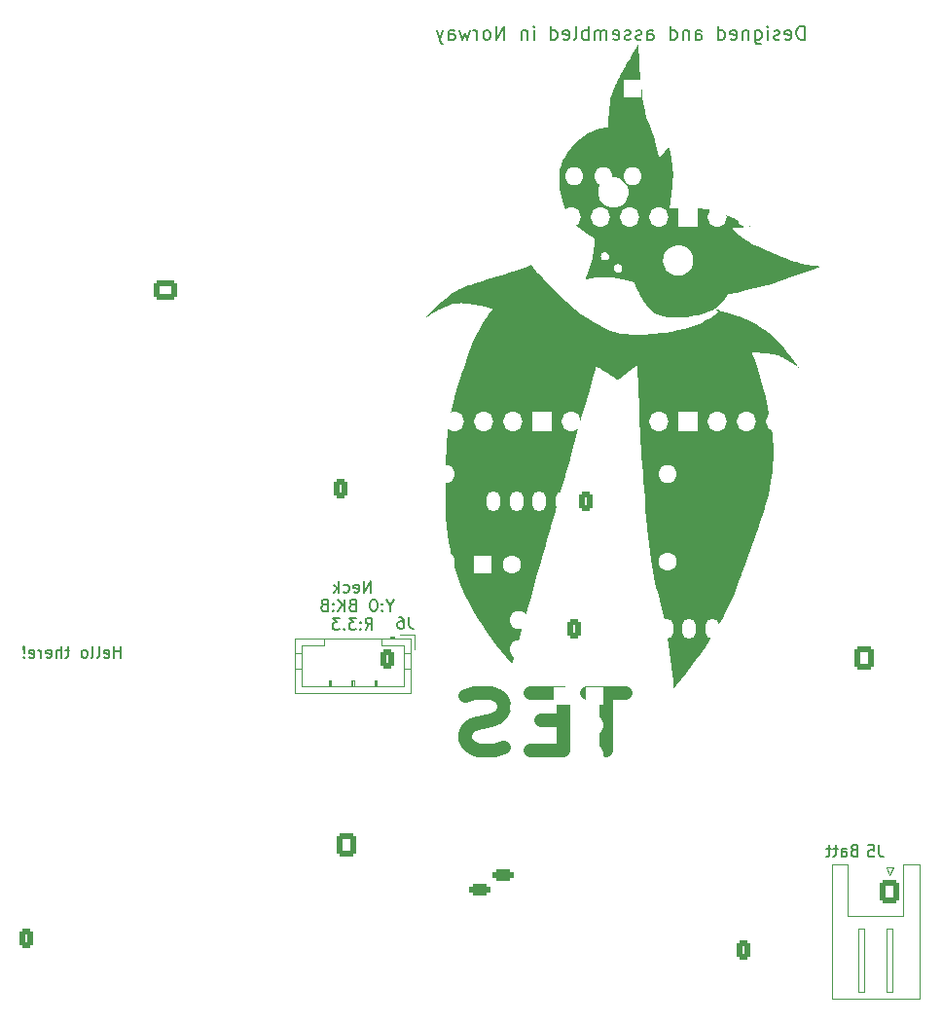
<source format=gbo>
%TF.GenerationSoftware,KiCad,Pcbnew,6.0.11+dfsg-1~bpo11+1*%
%TF.CreationDate,2025-04-06T19:31:29+02:00*%
%TF.ProjectId,v4d2_pico,76346432-5f70-4696-936f-2e6b69636164,rev?*%
%TF.SameCoordinates,Original*%
%TF.FileFunction,Legend,Bot*%
%TF.FilePolarity,Positive*%
%FSLAX46Y46*%
G04 Gerber Fmt 4.6, Leading zero omitted, Abs format (unit mm)*
G04 Created by KiCad (PCBNEW 6.0.11+dfsg-1~bpo11+1) date 2025-04-06 19:31:29*
%MOMM*%
%LPD*%
G01*
G04 APERTURE LIST*
G04 Aperture macros list*
%AMRoundRect*
0 Rectangle with rounded corners*
0 $1 Rounding radius*
0 $2 $3 $4 $5 $6 $7 $8 $9 X,Y pos of 4 corners*
0 Add a 4 corners polygon primitive as box body*
4,1,4,$2,$3,$4,$5,$6,$7,$8,$9,$2,$3,0*
0 Add four circle primitives for the rounded corners*
1,1,$1+$1,$2,$3*
1,1,$1+$1,$4,$5*
1,1,$1+$1,$6,$7*
1,1,$1+$1,$8,$9*
0 Add four rect primitives between the rounded corners*
20,1,$1+$1,$2,$3,$4,$5,0*
20,1,$1+$1,$4,$5,$6,$7,0*
20,1,$1+$1,$6,$7,$8,$9,0*
20,1,$1+$1,$8,$9,$2,$3,0*%
G04 Aperture macros list end*
%ADD10C,0.150000*%
%ADD11C,1.150000*%
%ADD12C,0.200000*%
%ADD13C,0.120000*%
%ADD14R,1.600000X1.600000*%
%ADD15C,1.600000*%
%ADD16R,2.500000X2.500000*%
%ADD17RoundRect,0.250000X0.350000X0.625000X-0.350000X0.625000X-0.350000X-0.625000X0.350000X-0.625000X0*%
%ADD18O,1.200000X1.750000*%
%ADD19RoundRect,0.250000X-0.350000X-0.625000X0.350000X-0.625000X0.350000X0.625000X-0.350000X0.625000X0*%
%ADD20C,3.200000*%
%ADD21O,1.600000X1.600000*%
%ADD22O,1.700000X1.700000*%
%ADD23R,1.700000X1.700000*%
%ADD24RoundRect,0.250000X-0.600000X-0.750000X0.600000X-0.750000X0.600000X0.750000X-0.600000X0.750000X0*%
%ADD25O,1.700000X2.000000*%
%ADD26R,1.500000X1.500000*%
%ADD27O,1.500000X1.500000*%
%ADD28RoundRect,0.250000X0.750000X-0.600000X0.750000X0.600000X-0.750000X0.600000X-0.750000X-0.600000X0*%
%ADD29O,2.000000X1.700000*%
%ADD30C,1.700000*%
%ADD31C,1.400000*%
%ADD32C,2.000000*%
%ADD33C,1.524000*%
%ADD34O,1.524000X2.000000*%
%ADD35O,2.000000X1.524000*%
%ADD36C,4.300000*%
%ADD37R,1.560000X1.560000*%
%ADD38C,1.560000*%
%ADD39R,1.800000X1.100000*%
%ADD40RoundRect,0.275000X-0.625000X0.275000X-0.625000X-0.275000X0.625000X-0.275000X0.625000X0.275000X0*%
%ADD41R,1.200000X1.200000*%
%ADD42C,1.200000*%
%ADD43RoundRect,0.250000X0.600000X0.750000X-0.600000X0.750000X-0.600000X-0.750000X0.600000X-0.750000X0*%
G04 APERTURE END LIST*
D10*
X186459285Y-76398380D02*
X186459285Y-75398380D01*
X186459285Y-75874571D02*
X185887857Y-75874571D01*
X185887857Y-76398380D02*
X185887857Y-75398380D01*
X185030714Y-76350761D02*
X185125952Y-76398380D01*
X185316428Y-76398380D01*
X185411666Y-76350761D01*
X185459285Y-76255523D01*
X185459285Y-75874571D01*
X185411666Y-75779333D01*
X185316428Y-75731714D01*
X185125952Y-75731714D01*
X185030714Y-75779333D01*
X184983095Y-75874571D01*
X184983095Y-75969809D01*
X185459285Y-76065047D01*
X184411666Y-76398380D02*
X184506904Y-76350761D01*
X184554523Y-76255523D01*
X184554523Y-75398380D01*
X183887857Y-76398380D02*
X183983095Y-76350761D01*
X184030714Y-76255523D01*
X184030714Y-75398380D01*
X183364047Y-76398380D02*
X183459285Y-76350761D01*
X183506904Y-76303142D01*
X183554523Y-76207904D01*
X183554523Y-75922190D01*
X183506904Y-75826952D01*
X183459285Y-75779333D01*
X183364047Y-75731714D01*
X183221190Y-75731714D01*
X183125952Y-75779333D01*
X183078333Y-75826952D01*
X183030714Y-75922190D01*
X183030714Y-76207904D01*
X183078333Y-76303142D01*
X183125952Y-76350761D01*
X183221190Y-76398380D01*
X183364047Y-76398380D01*
X181983095Y-75731714D02*
X181602142Y-75731714D01*
X181840238Y-75398380D02*
X181840238Y-76255523D01*
X181792619Y-76350761D01*
X181697380Y-76398380D01*
X181602142Y-76398380D01*
X181268809Y-76398380D02*
X181268809Y-75398380D01*
X180840238Y-76398380D02*
X180840238Y-75874571D01*
X180887857Y-75779333D01*
X180983095Y-75731714D01*
X181125952Y-75731714D01*
X181221190Y-75779333D01*
X181268809Y-75826952D01*
X179983095Y-76350761D02*
X180078333Y-76398380D01*
X180268809Y-76398380D01*
X180364047Y-76350761D01*
X180411666Y-76255523D01*
X180411666Y-75874571D01*
X180364047Y-75779333D01*
X180268809Y-75731714D01*
X180078333Y-75731714D01*
X179983095Y-75779333D01*
X179935476Y-75874571D01*
X179935476Y-75969809D01*
X180411666Y-76065047D01*
X179506904Y-76398380D02*
X179506904Y-75731714D01*
X179506904Y-75922190D02*
X179459285Y-75826952D01*
X179411666Y-75779333D01*
X179316428Y-75731714D01*
X179221190Y-75731714D01*
X178506904Y-76350761D02*
X178602142Y-76398380D01*
X178792619Y-76398380D01*
X178887857Y-76350761D01*
X178935476Y-76255523D01*
X178935476Y-75874571D01*
X178887857Y-75779333D01*
X178792619Y-75731714D01*
X178602142Y-75731714D01*
X178506904Y-75779333D01*
X178459285Y-75874571D01*
X178459285Y-75969809D01*
X178935476Y-76065047D01*
X178030714Y-76303142D02*
X177983095Y-76350761D01*
X178030714Y-76398380D01*
X178078333Y-76350761D01*
X178030714Y-76303142D01*
X178030714Y-76398380D01*
X178030714Y-76017428D02*
X178078333Y-75446000D01*
X178030714Y-75398380D01*
X177983095Y-75446000D01*
X178030714Y-76017428D01*
X178030714Y-75398380D01*
X208176619Y-70724380D02*
X208176619Y-69724380D01*
X207605190Y-70724380D01*
X207605190Y-69724380D01*
X206748047Y-70676761D02*
X206843285Y-70724380D01*
X207033761Y-70724380D01*
X207129000Y-70676761D01*
X207176619Y-70581523D01*
X207176619Y-70200571D01*
X207129000Y-70105333D01*
X207033761Y-70057714D01*
X206843285Y-70057714D01*
X206748047Y-70105333D01*
X206700428Y-70200571D01*
X206700428Y-70295809D01*
X207176619Y-70391047D01*
X205843285Y-70676761D02*
X205938523Y-70724380D01*
X206129000Y-70724380D01*
X206224238Y-70676761D01*
X206271857Y-70629142D01*
X206319476Y-70533904D01*
X206319476Y-70248190D01*
X206271857Y-70152952D01*
X206224238Y-70105333D01*
X206129000Y-70057714D01*
X205938523Y-70057714D01*
X205843285Y-70105333D01*
X205414714Y-70724380D02*
X205414714Y-69724380D01*
X205319476Y-70343428D02*
X205033761Y-70724380D01*
X205033761Y-70057714D02*
X205414714Y-70438666D01*
X209890904Y-71858190D02*
X209890904Y-72334380D01*
X210224238Y-71334380D02*
X209890904Y-71858190D01*
X209557571Y-71334380D01*
X209224238Y-72239142D02*
X209176619Y-72286761D01*
X209224238Y-72334380D01*
X209271857Y-72286761D01*
X209224238Y-72239142D01*
X209224238Y-72334380D01*
X209224238Y-71715333D02*
X209176619Y-71762952D01*
X209224238Y-71810571D01*
X209271857Y-71762952D01*
X209224238Y-71715333D01*
X209224238Y-71810571D01*
X208557571Y-71334380D02*
X208367095Y-71334380D01*
X208271857Y-71382000D01*
X208176619Y-71477238D01*
X208129000Y-71667714D01*
X208129000Y-72001047D01*
X208176619Y-72191523D01*
X208271857Y-72286761D01*
X208367095Y-72334380D01*
X208557571Y-72334380D01*
X208652809Y-72286761D01*
X208748047Y-72191523D01*
X208795666Y-72001047D01*
X208795666Y-71667714D01*
X208748047Y-71477238D01*
X208652809Y-71382000D01*
X208557571Y-71334380D01*
X206605190Y-71810571D02*
X206462333Y-71858190D01*
X206414714Y-71905809D01*
X206367095Y-72001047D01*
X206367095Y-72143904D01*
X206414714Y-72239142D01*
X206462333Y-72286761D01*
X206557571Y-72334380D01*
X206938523Y-72334380D01*
X206938523Y-71334380D01*
X206605190Y-71334380D01*
X206509952Y-71382000D01*
X206462333Y-71429619D01*
X206414714Y-71524857D01*
X206414714Y-71620095D01*
X206462333Y-71715333D01*
X206509952Y-71762952D01*
X206605190Y-71810571D01*
X206938523Y-71810571D01*
X205938523Y-72334380D02*
X205938523Y-71334380D01*
X205367095Y-72334380D02*
X205795666Y-71762952D01*
X205367095Y-71334380D02*
X205938523Y-71905809D01*
X204938523Y-72239142D02*
X204890904Y-72286761D01*
X204938523Y-72334380D01*
X204986142Y-72286761D01*
X204938523Y-72239142D01*
X204938523Y-72334380D01*
X204938523Y-71715333D02*
X204890904Y-71762952D01*
X204938523Y-71810571D01*
X204986142Y-71762952D01*
X204938523Y-71715333D01*
X204938523Y-71810571D01*
X204129000Y-71810571D02*
X203986142Y-71858190D01*
X203938523Y-71905809D01*
X203890904Y-72001047D01*
X203890904Y-72143904D01*
X203938523Y-72239142D01*
X203986142Y-72286761D01*
X204081380Y-72334380D01*
X204462333Y-72334380D01*
X204462333Y-71334380D01*
X204129000Y-71334380D01*
X204033761Y-71382000D01*
X203986142Y-71429619D01*
X203938523Y-71524857D01*
X203938523Y-71620095D01*
X203986142Y-71715333D01*
X204033761Y-71762952D01*
X204129000Y-71810571D01*
X204462333Y-71810571D01*
X207748047Y-73944380D02*
X208081380Y-73468190D01*
X208319476Y-73944380D02*
X208319476Y-72944380D01*
X207938523Y-72944380D01*
X207843285Y-72992000D01*
X207795666Y-73039619D01*
X207748047Y-73134857D01*
X207748047Y-73277714D01*
X207795666Y-73372952D01*
X207843285Y-73420571D01*
X207938523Y-73468190D01*
X208319476Y-73468190D01*
X207319476Y-73849142D02*
X207271857Y-73896761D01*
X207319476Y-73944380D01*
X207367095Y-73896761D01*
X207319476Y-73849142D01*
X207319476Y-73944380D01*
X207319476Y-73325333D02*
X207271857Y-73372952D01*
X207319476Y-73420571D01*
X207367095Y-73372952D01*
X207319476Y-73325333D01*
X207319476Y-73420571D01*
X206938523Y-72944380D02*
X206319476Y-72944380D01*
X206652809Y-73325333D01*
X206509952Y-73325333D01*
X206414714Y-73372952D01*
X206367095Y-73420571D01*
X206319476Y-73515809D01*
X206319476Y-73753904D01*
X206367095Y-73849142D01*
X206414714Y-73896761D01*
X206509952Y-73944380D01*
X206795666Y-73944380D01*
X206890904Y-73896761D01*
X206938523Y-73849142D01*
X205890904Y-73849142D02*
X205843285Y-73896761D01*
X205890904Y-73944380D01*
X205938523Y-73896761D01*
X205890904Y-73849142D01*
X205890904Y-73944380D01*
X205509952Y-72944380D02*
X204890904Y-72944380D01*
X205224238Y-73325333D01*
X205081380Y-73325333D01*
X204986142Y-73372952D01*
X204938523Y-73420571D01*
X204890904Y-73515809D01*
X204890904Y-73753904D01*
X204938523Y-73849142D01*
X204986142Y-73896761D01*
X205081380Y-73944380D01*
X205367095Y-73944380D01*
X205462333Y-73896761D01*
X205509952Y-73849142D01*
D11*
X230424714Y-79456304D02*
X226996142Y-79456304D01*
X228710428Y-84456304D02*
X228710428Y-79456304D01*
X224996142Y-81837257D02*
X222996142Y-81837257D01*
X222139000Y-84456304D02*
X224996142Y-84456304D01*
X224996142Y-79456304D01*
X222139000Y-79456304D01*
X219853285Y-84218209D02*
X218996142Y-84456304D01*
X217567571Y-84456304D01*
X216996142Y-84218209D01*
X216710428Y-83980114D01*
X216424714Y-83503923D01*
X216424714Y-83027733D01*
X216710428Y-82551542D01*
X216996142Y-82313447D01*
X217567571Y-82075352D01*
X218710428Y-81837257D01*
X219281857Y-81599161D01*
X219567571Y-81361066D01*
X219853285Y-80884876D01*
X219853285Y-80408685D01*
X219567571Y-79932495D01*
X219281857Y-79694400D01*
X218710428Y-79456304D01*
X217281857Y-79456304D01*
X216424714Y-79694400D01*
D12*
X245939857Y-22640857D02*
X245939857Y-21440857D01*
X245654142Y-21440857D01*
X245482714Y-21498000D01*
X245368428Y-21612285D01*
X245311285Y-21726571D01*
X245254142Y-21955142D01*
X245254142Y-22126571D01*
X245311285Y-22355142D01*
X245368428Y-22469428D01*
X245482714Y-22583714D01*
X245654142Y-22640857D01*
X245939857Y-22640857D01*
X244282714Y-22583714D02*
X244397000Y-22640857D01*
X244625571Y-22640857D01*
X244739857Y-22583714D01*
X244797000Y-22469428D01*
X244797000Y-22012285D01*
X244739857Y-21898000D01*
X244625571Y-21840857D01*
X244397000Y-21840857D01*
X244282714Y-21898000D01*
X244225571Y-22012285D01*
X244225571Y-22126571D01*
X244797000Y-22240857D01*
X243768428Y-22583714D02*
X243654142Y-22640857D01*
X243425571Y-22640857D01*
X243311285Y-22583714D01*
X243254142Y-22469428D01*
X243254142Y-22412285D01*
X243311285Y-22298000D01*
X243425571Y-22240857D01*
X243597000Y-22240857D01*
X243711285Y-22183714D01*
X243768428Y-22069428D01*
X243768428Y-22012285D01*
X243711285Y-21898000D01*
X243597000Y-21840857D01*
X243425571Y-21840857D01*
X243311285Y-21898000D01*
X242739857Y-22640857D02*
X242739857Y-21840857D01*
X242739857Y-21440857D02*
X242797000Y-21498000D01*
X242739857Y-21555142D01*
X242682714Y-21498000D01*
X242739857Y-21440857D01*
X242739857Y-21555142D01*
X241654142Y-21840857D02*
X241654142Y-22812285D01*
X241711285Y-22926571D01*
X241768428Y-22983714D01*
X241882714Y-23040857D01*
X242054142Y-23040857D01*
X242168428Y-22983714D01*
X241654142Y-22583714D02*
X241768428Y-22640857D01*
X241997000Y-22640857D01*
X242111285Y-22583714D01*
X242168428Y-22526571D01*
X242225571Y-22412285D01*
X242225571Y-22069428D01*
X242168428Y-21955142D01*
X242111285Y-21898000D01*
X241997000Y-21840857D01*
X241768428Y-21840857D01*
X241654142Y-21898000D01*
X241082714Y-21840857D02*
X241082714Y-22640857D01*
X241082714Y-21955142D02*
X241025571Y-21898000D01*
X240911285Y-21840857D01*
X240739857Y-21840857D01*
X240625571Y-21898000D01*
X240568428Y-22012285D01*
X240568428Y-22640857D01*
X239539857Y-22583714D02*
X239654142Y-22640857D01*
X239882714Y-22640857D01*
X239997000Y-22583714D01*
X240054142Y-22469428D01*
X240054142Y-22012285D01*
X239997000Y-21898000D01*
X239882714Y-21840857D01*
X239654142Y-21840857D01*
X239539857Y-21898000D01*
X239482714Y-22012285D01*
X239482714Y-22126571D01*
X240054142Y-22240857D01*
X238454142Y-22640857D02*
X238454142Y-21440857D01*
X238454142Y-22583714D02*
X238568428Y-22640857D01*
X238797000Y-22640857D01*
X238911285Y-22583714D01*
X238968428Y-22526571D01*
X239025571Y-22412285D01*
X239025571Y-22069428D01*
X238968428Y-21955142D01*
X238911285Y-21898000D01*
X238797000Y-21840857D01*
X238568428Y-21840857D01*
X238454142Y-21898000D01*
X236454142Y-22640857D02*
X236454142Y-22012285D01*
X236511285Y-21898000D01*
X236625571Y-21840857D01*
X236854142Y-21840857D01*
X236968428Y-21898000D01*
X236454142Y-22583714D02*
X236568428Y-22640857D01*
X236854142Y-22640857D01*
X236968428Y-22583714D01*
X237025571Y-22469428D01*
X237025571Y-22355142D01*
X236968428Y-22240857D01*
X236854142Y-22183714D01*
X236568428Y-22183714D01*
X236454142Y-22126571D01*
X235882714Y-21840857D02*
X235882714Y-22640857D01*
X235882714Y-21955142D02*
X235825571Y-21898000D01*
X235711285Y-21840857D01*
X235539857Y-21840857D01*
X235425571Y-21898000D01*
X235368428Y-22012285D01*
X235368428Y-22640857D01*
X234282714Y-22640857D02*
X234282714Y-21440857D01*
X234282714Y-22583714D02*
X234397000Y-22640857D01*
X234625571Y-22640857D01*
X234739857Y-22583714D01*
X234797000Y-22526571D01*
X234854142Y-22412285D01*
X234854142Y-22069428D01*
X234797000Y-21955142D01*
X234739857Y-21898000D01*
X234625571Y-21840857D01*
X234397000Y-21840857D01*
X234282714Y-21898000D01*
X232282714Y-22640857D02*
X232282714Y-22012285D01*
X232339857Y-21898000D01*
X232454142Y-21840857D01*
X232682714Y-21840857D01*
X232797000Y-21898000D01*
X232282714Y-22583714D02*
X232397000Y-22640857D01*
X232682714Y-22640857D01*
X232797000Y-22583714D01*
X232854142Y-22469428D01*
X232854142Y-22355142D01*
X232797000Y-22240857D01*
X232682714Y-22183714D01*
X232397000Y-22183714D01*
X232282714Y-22126571D01*
X231768428Y-22583714D02*
X231654142Y-22640857D01*
X231425571Y-22640857D01*
X231311285Y-22583714D01*
X231254142Y-22469428D01*
X231254142Y-22412285D01*
X231311285Y-22298000D01*
X231425571Y-22240857D01*
X231597000Y-22240857D01*
X231711285Y-22183714D01*
X231768428Y-22069428D01*
X231768428Y-22012285D01*
X231711285Y-21898000D01*
X231597000Y-21840857D01*
X231425571Y-21840857D01*
X231311285Y-21898000D01*
X230797000Y-22583714D02*
X230682714Y-22640857D01*
X230454142Y-22640857D01*
X230339857Y-22583714D01*
X230282714Y-22469428D01*
X230282714Y-22412285D01*
X230339857Y-22298000D01*
X230454142Y-22240857D01*
X230625571Y-22240857D01*
X230739857Y-22183714D01*
X230797000Y-22069428D01*
X230797000Y-22012285D01*
X230739857Y-21898000D01*
X230625571Y-21840857D01*
X230454142Y-21840857D01*
X230339857Y-21898000D01*
X229311285Y-22583714D02*
X229425571Y-22640857D01*
X229654142Y-22640857D01*
X229768428Y-22583714D01*
X229825571Y-22469428D01*
X229825571Y-22012285D01*
X229768428Y-21898000D01*
X229654142Y-21840857D01*
X229425571Y-21840857D01*
X229311285Y-21898000D01*
X229254142Y-22012285D01*
X229254142Y-22126571D01*
X229825571Y-22240857D01*
X228739857Y-22640857D02*
X228739857Y-21840857D01*
X228739857Y-21955142D02*
X228682714Y-21898000D01*
X228568428Y-21840857D01*
X228397000Y-21840857D01*
X228282714Y-21898000D01*
X228225571Y-22012285D01*
X228225571Y-22640857D01*
X228225571Y-22012285D02*
X228168428Y-21898000D01*
X228054142Y-21840857D01*
X227882714Y-21840857D01*
X227768428Y-21898000D01*
X227711285Y-22012285D01*
X227711285Y-22640857D01*
X227139857Y-22640857D02*
X227139857Y-21440857D01*
X227139857Y-21898000D02*
X227025571Y-21840857D01*
X226797000Y-21840857D01*
X226682714Y-21898000D01*
X226625571Y-21955142D01*
X226568428Y-22069428D01*
X226568428Y-22412285D01*
X226625571Y-22526571D01*
X226682714Y-22583714D01*
X226797000Y-22640857D01*
X227025571Y-22640857D01*
X227139857Y-22583714D01*
X225882714Y-22640857D02*
X225997000Y-22583714D01*
X226054142Y-22469428D01*
X226054142Y-21440857D01*
X224968428Y-22583714D02*
X225082714Y-22640857D01*
X225311285Y-22640857D01*
X225425571Y-22583714D01*
X225482714Y-22469428D01*
X225482714Y-22012285D01*
X225425571Y-21898000D01*
X225311285Y-21840857D01*
X225082714Y-21840857D01*
X224968428Y-21898000D01*
X224911285Y-22012285D01*
X224911285Y-22126571D01*
X225482714Y-22240857D01*
X223882714Y-22640857D02*
X223882714Y-21440857D01*
X223882714Y-22583714D02*
X223997000Y-22640857D01*
X224225571Y-22640857D01*
X224339857Y-22583714D01*
X224397000Y-22526571D01*
X224454142Y-22412285D01*
X224454142Y-22069428D01*
X224397000Y-21955142D01*
X224339857Y-21898000D01*
X224225571Y-21840857D01*
X223997000Y-21840857D01*
X223882714Y-21898000D01*
X222397000Y-22640857D02*
X222397000Y-21840857D01*
X222397000Y-21440857D02*
X222454142Y-21498000D01*
X222397000Y-21555142D01*
X222339857Y-21498000D01*
X222397000Y-21440857D01*
X222397000Y-21555142D01*
X221825571Y-21840857D02*
X221825571Y-22640857D01*
X221825571Y-21955142D02*
X221768428Y-21898000D01*
X221654142Y-21840857D01*
X221482714Y-21840857D01*
X221368428Y-21898000D01*
X221311285Y-22012285D01*
X221311285Y-22640857D01*
X219825571Y-22640857D02*
X219825571Y-21440857D01*
X219139857Y-22640857D01*
X219139857Y-21440857D01*
X218397000Y-22640857D02*
X218511285Y-22583714D01*
X218568428Y-22526571D01*
X218625571Y-22412285D01*
X218625571Y-22069428D01*
X218568428Y-21955142D01*
X218511285Y-21898000D01*
X218397000Y-21840857D01*
X218225571Y-21840857D01*
X218111285Y-21898000D01*
X218054142Y-21955142D01*
X217997000Y-22069428D01*
X217997000Y-22412285D01*
X218054142Y-22526571D01*
X218111285Y-22583714D01*
X218225571Y-22640857D01*
X218397000Y-22640857D01*
X217482714Y-22640857D02*
X217482714Y-21840857D01*
X217482714Y-22069428D02*
X217425571Y-21955142D01*
X217368428Y-21898000D01*
X217254142Y-21840857D01*
X217139857Y-21840857D01*
X216854142Y-21840857D02*
X216625571Y-22640857D01*
X216397000Y-22069428D01*
X216168428Y-22640857D01*
X215939857Y-21840857D01*
X214968428Y-22640857D02*
X214968428Y-22012285D01*
X215025571Y-21898000D01*
X215139857Y-21840857D01*
X215368428Y-21840857D01*
X215482714Y-21898000D01*
X214968428Y-22583714D02*
X215082714Y-22640857D01*
X215368428Y-22640857D01*
X215482714Y-22583714D01*
X215539857Y-22469428D01*
X215539857Y-22355142D01*
X215482714Y-22240857D01*
X215368428Y-22183714D01*
X215082714Y-22183714D01*
X214968428Y-22126571D01*
X214511285Y-21840857D02*
X214225571Y-22640857D01*
X213939857Y-21840857D02*
X214225571Y-22640857D01*
X214339857Y-22926571D01*
X214397000Y-22983714D01*
X214511285Y-23040857D01*
D10*
X211534333Y-72858380D02*
X211534333Y-73572666D01*
X211581952Y-73715523D01*
X211677190Y-73810761D01*
X211820047Y-73858380D01*
X211915285Y-73858380D01*
X210629571Y-72858380D02*
X210820047Y-72858380D01*
X210915285Y-72906000D01*
X210962904Y-72953619D01*
X211058142Y-73096476D01*
X211105761Y-73286952D01*
X211105761Y-73667904D01*
X211058142Y-73763142D01*
X211010523Y-73810761D01*
X210915285Y-73858380D01*
X210724809Y-73858380D01*
X210629571Y-73810761D01*
X210581952Y-73763142D01*
X210534333Y-73667904D01*
X210534333Y-73429809D01*
X210581952Y-73334571D01*
X210629571Y-73286952D01*
X210724809Y-73239333D01*
X210915285Y-73239333D01*
X211010523Y-73286952D01*
X211058142Y-73334571D01*
X211105761Y-73429809D01*
X252448333Y-92726380D02*
X252448333Y-93440666D01*
X252495952Y-93583523D01*
X252591190Y-93678761D01*
X252734047Y-93726380D01*
X252829285Y-93726380D01*
X251495952Y-92726380D02*
X251972142Y-92726380D01*
X252019761Y-93202571D01*
X251972142Y-93154952D01*
X251876904Y-93107333D01*
X251638809Y-93107333D01*
X251543571Y-93154952D01*
X251495952Y-93202571D01*
X251448333Y-93297809D01*
X251448333Y-93535904D01*
X251495952Y-93631142D01*
X251543571Y-93678761D01*
X251638809Y-93726380D01*
X251876904Y-93726380D01*
X251972142Y-93678761D01*
X252019761Y-93631142D01*
X250253380Y-93146571D02*
X250110523Y-93194190D01*
X250062904Y-93241809D01*
X250015285Y-93337047D01*
X250015285Y-93479904D01*
X250062904Y-93575142D01*
X250110523Y-93622761D01*
X250205761Y-93670380D01*
X250586714Y-93670380D01*
X250586714Y-92670380D01*
X250253380Y-92670380D01*
X250158142Y-92718000D01*
X250110523Y-92765619D01*
X250062904Y-92860857D01*
X250062904Y-92956095D01*
X250110523Y-93051333D01*
X250158142Y-93098952D01*
X250253380Y-93146571D01*
X250586714Y-93146571D01*
X249158142Y-93670380D02*
X249158142Y-93146571D01*
X249205761Y-93051333D01*
X249301000Y-93003714D01*
X249491476Y-93003714D01*
X249586714Y-93051333D01*
X249158142Y-93622761D02*
X249253380Y-93670380D01*
X249491476Y-93670380D01*
X249586714Y-93622761D01*
X249634333Y-93527523D01*
X249634333Y-93432285D01*
X249586714Y-93337047D01*
X249491476Y-93289428D01*
X249253380Y-93289428D01*
X249158142Y-93241809D01*
X248824809Y-93003714D02*
X248443857Y-93003714D01*
X248681952Y-92670380D02*
X248681952Y-93527523D01*
X248634333Y-93622761D01*
X248539095Y-93670380D01*
X248443857Y-93670380D01*
X248253380Y-93003714D02*
X247872428Y-93003714D01*
X248110523Y-92670380D02*
X248110523Y-93527523D01*
X248062904Y-93622761D01*
X247967666Y-93670380D01*
X247872428Y-93670380D01*
D13*
X206745000Y-78844000D02*
X206745000Y-78344000D01*
X209145000Y-75344000D02*
X211095000Y-75344000D01*
X206545000Y-78344000D02*
X206545000Y-78844000D01*
X206745000Y-78344000D02*
X206545000Y-78344000D01*
X209945000Y-74734000D02*
X209945000Y-74534000D01*
X208745000Y-78844000D02*
X208745000Y-78344000D01*
X211705000Y-74734000D02*
X211705000Y-79454000D01*
X204645000Y-78844000D02*
X204645000Y-78344000D01*
X211095000Y-78844000D02*
X202195000Y-78844000D01*
X211705000Y-79454000D02*
X201585000Y-79454000D01*
X209145000Y-74734000D02*
X209145000Y-75344000D01*
X201585000Y-79454000D02*
X201585000Y-74734000D01*
X201585000Y-76044000D02*
X202195000Y-76044000D01*
X212005000Y-74434000D02*
X212005000Y-75684000D01*
X208745000Y-78344000D02*
X208545000Y-78344000D01*
X210245000Y-74534000D02*
X210245000Y-74734000D01*
X210755000Y-74434000D02*
X212005000Y-74434000D01*
X209945000Y-74634000D02*
X210245000Y-74634000D01*
X209945000Y-74534000D02*
X210245000Y-74534000D01*
X204745000Y-78344000D02*
X204545000Y-78344000D01*
X208545000Y-78344000D02*
X208545000Y-78844000D01*
X208645000Y-78844000D02*
X208645000Y-78344000D01*
X202195000Y-75344000D02*
X204145000Y-75344000D01*
X201585000Y-74734000D02*
X211705000Y-74734000D01*
X201585000Y-77344000D02*
X202195000Y-77344000D01*
X211095000Y-75344000D02*
X211095000Y-78844000D01*
X202195000Y-78844000D02*
X202195000Y-75344000D01*
X204545000Y-78344000D02*
X204545000Y-78844000D01*
X211705000Y-77344000D02*
X211095000Y-77344000D01*
X211705000Y-76044000D02*
X211095000Y-76044000D01*
X206645000Y-78844000D02*
X206645000Y-78344000D01*
X204145000Y-75344000D02*
X204145000Y-74734000D01*
X204745000Y-78844000D02*
X204745000Y-78344000D01*
X253615000Y-99974000D02*
X253615000Y-105474000D01*
X248305000Y-94364000D02*
X249725000Y-94364000D01*
X253115000Y-99974000D02*
X253615000Y-99974000D01*
X252115000Y-106084000D02*
X255925000Y-106084000D01*
X249725000Y-98864000D02*
X252115000Y-98864000D01*
X254505000Y-94364000D02*
X254505000Y-98864000D01*
X253065000Y-94674000D02*
X253365000Y-95274000D01*
X254505000Y-98864000D02*
X252115000Y-98864000D01*
X253665000Y-94674000D02*
X253065000Y-94674000D01*
X250615000Y-99974000D02*
X251115000Y-99974000D01*
X250615000Y-105474000D02*
X250615000Y-99974000D01*
X253615000Y-105474000D02*
X253115000Y-105474000D01*
X249725000Y-94364000D02*
X249725000Y-98864000D01*
X253365000Y-95274000D02*
X253665000Y-94674000D01*
X255925000Y-94364000D02*
X254505000Y-94364000D01*
X251115000Y-105474000D02*
X250615000Y-105474000D01*
X251115000Y-99974000D02*
X251115000Y-105474000D01*
X253115000Y-105474000D02*
X253115000Y-99974000D01*
X255925000Y-106084000D02*
X255925000Y-94364000D01*
X252115000Y-106084000D02*
X248305000Y-106084000D01*
X248305000Y-106084000D02*
X248305000Y-94364000D01*
G36*
X222162711Y-42241084D02*
G01*
X222201446Y-42267850D01*
X222246494Y-42318481D01*
X222265034Y-42343214D01*
X222360885Y-42464223D01*
X222486342Y-42614517D01*
X222636872Y-42789118D01*
X222807940Y-42983047D01*
X222995015Y-43191327D01*
X223193563Y-43408977D01*
X223399049Y-43631021D01*
X223606942Y-43852479D01*
X223812708Y-44068372D01*
X224011814Y-44273723D01*
X224199725Y-44463553D01*
X224348418Y-44610829D01*
X224911476Y-45148438D01*
X225465548Y-45645540D01*
X226009704Y-46101526D01*
X226543018Y-46515789D01*
X227064561Y-46887720D01*
X227573405Y-47216710D01*
X228068622Y-47502153D01*
X228549285Y-47743438D01*
X229014464Y-47939959D01*
X229463233Y-48091107D01*
X229894663Y-48196273D01*
X229913652Y-48199897D01*
X230192416Y-48241892D01*
X230513079Y-48272018D01*
X230869499Y-48290552D01*
X231255532Y-48297771D01*
X231665037Y-48293951D01*
X232091870Y-48279369D01*
X232529890Y-48254300D01*
X232972954Y-48219021D01*
X233414920Y-48173808D01*
X233849644Y-48118938D01*
X234270985Y-48054686D01*
X234672800Y-47981330D01*
X234892431Y-47935815D01*
X235467060Y-47799407D01*
X236003952Y-47645727D01*
X236501589Y-47475430D01*
X236958452Y-47289171D01*
X237373023Y-47087604D01*
X237743784Y-46871383D01*
X238069216Y-46641162D01*
X238347800Y-46397597D01*
X238363953Y-46381760D01*
X238428072Y-46316823D01*
X238455297Y-46275897D01*
X238442728Y-46249933D01*
X238387464Y-46229883D01*
X238286604Y-46206698D01*
X238252824Y-46196299D01*
X238236531Y-46178463D01*
X238260291Y-46161683D01*
X238318125Y-46149148D01*
X238404050Y-46144050D01*
X238408459Y-46144042D01*
X238479902Y-46147475D01*
X238514056Y-46160875D01*
X238522800Y-46188710D01*
X238522932Y-46192403D01*
X238537736Y-46220361D01*
X238583641Y-46242689D01*
X238670019Y-46264189D01*
X238746262Y-46280479D01*
X239096089Y-46366597D01*
X239473746Y-46475839D01*
X239868262Y-46604144D01*
X240268665Y-46747450D01*
X240663985Y-46901697D01*
X241043250Y-47062822D01*
X241395488Y-47226764D01*
X241709728Y-47389461D01*
X242087093Y-47613881D01*
X242467035Y-47874591D01*
X242844737Y-48169958D01*
X243223292Y-48502705D01*
X243605792Y-48875553D01*
X243995332Y-49291225D01*
X244395004Y-49752441D01*
X244454841Y-49824611D01*
X244570704Y-49967456D01*
X244692478Y-50120999D01*
X244816458Y-50280255D01*
X244938936Y-50440239D01*
X245056208Y-50595966D01*
X245164565Y-50742453D01*
X245260303Y-50874714D01*
X245339715Y-50987765D01*
X245399094Y-51076621D01*
X245434735Y-51136297D01*
X245442930Y-51161810D01*
X245437701Y-51161459D01*
X245400941Y-51142005D01*
X245338068Y-51101082D01*
X245258870Y-51044906D01*
X245121397Y-50945568D01*
X244911300Y-50799133D01*
X244700156Y-50657779D01*
X244494748Y-50525741D01*
X244301859Y-50407254D01*
X244128272Y-50306552D01*
X243980770Y-50227870D01*
X243866136Y-50175442D01*
X243740421Y-50130858D01*
X243543545Y-50073579D01*
X243320288Y-50019640D01*
X243083942Y-49972188D01*
X242847800Y-49934370D01*
X242769921Y-49925641D01*
X242655536Y-49916093D01*
X242516805Y-49906686D01*
X242361153Y-49897714D01*
X242196006Y-49889471D01*
X242028788Y-49882252D01*
X241866924Y-49876350D01*
X241717840Y-49872061D01*
X241588960Y-49869678D01*
X241487710Y-49869495D01*
X241421515Y-49871807D01*
X241397800Y-49876909D01*
X241397933Y-49877749D01*
X241407867Y-49909232D01*
X241431772Y-49979537D01*
X241467093Y-50081293D01*
X241511272Y-50207127D01*
X241561752Y-50349665D01*
X241799143Y-51040986D01*
X242086132Y-51949155D01*
X242346097Y-52858861D01*
X242577591Y-53764009D01*
X242779170Y-54658500D01*
X242949387Y-55536237D01*
X243086797Y-56391125D01*
X243189955Y-57217066D01*
X243202905Y-57364816D01*
X243216042Y-57585366D01*
X243225961Y-57838771D01*
X243232662Y-58115829D01*
X243236146Y-58407342D01*
X243236416Y-58704108D01*
X243233472Y-58996929D01*
X243227315Y-59276603D01*
X243217947Y-59533932D01*
X243205368Y-59759714D01*
X243189581Y-59944751D01*
X243154787Y-60248461D01*
X243045909Y-61019211D01*
X242908561Y-61769094D01*
X242739463Y-62514802D01*
X242535332Y-63273027D01*
X242526727Y-63302721D01*
X242463637Y-63516954D01*
X242398649Y-63731057D01*
X242330301Y-63949288D01*
X242257128Y-64175904D01*
X242177668Y-64415161D01*
X242090458Y-64671317D01*
X241994034Y-64948627D01*
X241886933Y-65251350D01*
X241767692Y-65583742D01*
X241634848Y-65950060D01*
X241486937Y-66354560D01*
X241322497Y-66801500D01*
X241200013Y-67133778D01*
X241076134Y-67470411D01*
X240966334Y-67769594D01*
X240868819Y-68036344D01*
X240781793Y-68275680D01*
X240703462Y-68492621D01*
X240632028Y-68692183D01*
X240565699Y-68879386D01*
X240502677Y-69059248D01*
X240441168Y-69236787D01*
X240379377Y-69417022D01*
X240315509Y-69604970D01*
X240247767Y-69805650D01*
X240237352Y-69836509D01*
X240049325Y-70368868D01*
X239851375Y-70881488D01*
X239639278Y-71383571D01*
X239408809Y-71884318D01*
X239155741Y-72392931D01*
X238875851Y-72918613D01*
X238564911Y-73470564D01*
X238367763Y-73805923D01*
X238039520Y-74341642D01*
X237682739Y-74899741D01*
X237302344Y-75473196D01*
X236903259Y-76054981D01*
X236490405Y-76638071D01*
X236068708Y-77215442D01*
X235643089Y-77780067D01*
X235218473Y-78324923D01*
X234799783Y-78842983D01*
X234725426Y-78932063D01*
X234662235Y-79005645D01*
X234617258Y-79055652D01*
X234597166Y-79074461D01*
X234595090Y-79070041D01*
X234588005Y-79027252D01*
X234578289Y-78944765D01*
X234566680Y-78829697D01*
X234553917Y-78689164D01*
X234540736Y-78530283D01*
X234526740Y-78360191D01*
X234472467Y-77781677D01*
X234405912Y-77171707D01*
X234328753Y-76542851D01*
X234242669Y-75907682D01*
X234149340Y-75278771D01*
X234050444Y-74668689D01*
X233947661Y-74090009D01*
X233907731Y-73877757D01*
X233835528Y-73505057D01*
X233763695Y-73150334D01*
X233690325Y-72805367D01*
X233613515Y-72461936D01*
X233531359Y-72111822D01*
X233441953Y-71746803D01*
X233343392Y-71358660D01*
X233233772Y-70939172D01*
X233111187Y-70480120D01*
X233052202Y-70252076D01*
X232957503Y-69846422D01*
X232865143Y-69400343D01*
X232775018Y-68913040D01*
X232687026Y-68383709D01*
X232601064Y-67811552D01*
X232517030Y-67195766D01*
X232434822Y-66535550D01*
X232354336Y-65830104D01*
X232275471Y-65078626D01*
X232198123Y-64280315D01*
X232122190Y-63434371D01*
X232047571Y-62539992D01*
X231974161Y-61596376D01*
X231931124Y-61014098D01*
X231881642Y-60316995D01*
X231834249Y-59616992D01*
X231788712Y-58909805D01*
X231744797Y-58191147D01*
X231702270Y-57456732D01*
X231660897Y-56702273D01*
X231620444Y-55923485D01*
X231580677Y-55116080D01*
X231541361Y-54275774D01*
X231502264Y-53398279D01*
X231463151Y-52479310D01*
X231423788Y-51514580D01*
X231419089Y-51400373D01*
X231412204Y-51244170D01*
X231405753Y-51110231D01*
X231400096Y-51005493D01*
X231395589Y-50936894D01*
X231392593Y-50911372D01*
X231386700Y-50914857D01*
X231347984Y-50943918D01*
X231276658Y-50999692D01*
X231176777Y-51078941D01*
X231052396Y-51178428D01*
X230907570Y-51294916D01*
X230746353Y-51425167D01*
X230572800Y-51565943D01*
X230508365Y-51618195D01*
X230330387Y-51761275D01*
X230167941Y-51890040D01*
X230024859Y-52001560D01*
X229904973Y-52092900D01*
X229812114Y-52161130D01*
X229750112Y-52203315D01*
X229722800Y-52216525D01*
X229709199Y-52209840D01*
X229656099Y-52179172D01*
X229568155Y-52126297D01*
X229449883Y-52053996D01*
X229305801Y-51965049D01*
X229140427Y-51862238D01*
X228958279Y-51748345D01*
X228763874Y-51626151D01*
X228634070Y-51544504D01*
X228449333Y-51428850D01*
X228280807Y-51323987D01*
X228132830Y-51232579D01*
X228009741Y-51157291D01*
X227915879Y-51100785D01*
X227855583Y-51065725D01*
X227833192Y-51054776D01*
X227827290Y-51074393D01*
X227808161Y-51140719D01*
X227776183Y-51252566D01*
X227731751Y-51408542D01*
X227675260Y-51607252D01*
X227607103Y-51847302D01*
X227527676Y-52127297D01*
X227437372Y-52445844D01*
X227336586Y-52801549D01*
X227225712Y-53193018D01*
X227105145Y-53618856D01*
X226975279Y-54077670D01*
X226836508Y-54568064D01*
X226689228Y-55088647D01*
X226533832Y-55638022D01*
X226370714Y-56214796D01*
X226200270Y-56817576D01*
X226022893Y-57444966D01*
X225838978Y-58095574D01*
X225648920Y-58768004D01*
X225453112Y-59460862D01*
X225251950Y-60172756D01*
X225045827Y-60902290D01*
X224835138Y-61648070D01*
X224620277Y-62408703D01*
X224401639Y-63182794D01*
X224179618Y-63968949D01*
X223980540Y-64673798D01*
X223761486Y-65449125D01*
X223546128Y-66211108D01*
X223334863Y-66958354D01*
X223128085Y-67689469D01*
X222926191Y-68403061D01*
X222729576Y-69097738D01*
X222538636Y-69772105D01*
X222353765Y-70424771D01*
X222175360Y-71054343D01*
X222003816Y-71659427D01*
X221839528Y-72238630D01*
X221682893Y-72790561D01*
X221534306Y-73313825D01*
X221394161Y-73807030D01*
X221262856Y-74268784D01*
X221140784Y-74697692D01*
X221028343Y-75092363D01*
X220925927Y-75451404D01*
X220833932Y-75773421D01*
X220752753Y-76057022D01*
X220682787Y-76300814D01*
X220624428Y-76503404D01*
X220578072Y-76663398D01*
X220544115Y-76779406D01*
X220522951Y-76850032D01*
X220514978Y-76873885D01*
X220490569Y-76859526D01*
X220436245Y-76810448D01*
X220357329Y-76730595D01*
X220257584Y-76624216D01*
X220140774Y-76495559D01*
X220010664Y-76348875D01*
X219871016Y-76188411D01*
X219725596Y-76018416D01*
X219578167Y-75843139D01*
X219432492Y-75666829D01*
X219292337Y-75493736D01*
X219134946Y-75294633D01*
X218700578Y-74719081D01*
X218277962Y-74121222D01*
X217870338Y-73506732D01*
X217480945Y-72881286D01*
X217113024Y-72250560D01*
X216769814Y-71620230D01*
X216454556Y-70995971D01*
X216170489Y-70383459D01*
X215920854Y-69788369D01*
X215708889Y-69216376D01*
X215579788Y-68824408D01*
X215406479Y-68234323D01*
X215253451Y-67627567D01*
X215119724Y-66998932D01*
X215004320Y-66343207D01*
X214906258Y-65655184D01*
X214824559Y-64929651D01*
X214758242Y-64161401D01*
X214756007Y-64130336D01*
X214744332Y-63930259D01*
X214733926Y-63688044D01*
X214724851Y-63410383D01*
X214717170Y-63103966D01*
X214710944Y-62775484D01*
X214706236Y-62431630D01*
X214703109Y-62079093D01*
X214701623Y-61724565D01*
X214701842Y-61374737D01*
X214703828Y-61036301D01*
X214707642Y-60715947D01*
X214713348Y-60420366D01*
X214721007Y-60156250D01*
X214725120Y-60040705D01*
X214739078Y-59666919D01*
X214753855Y-59296699D01*
X214769219Y-58934689D01*
X214784936Y-58585537D01*
X214800771Y-58253888D01*
X214816491Y-57944388D01*
X214831863Y-57661684D01*
X214846653Y-57410422D01*
X214860626Y-57195247D01*
X214873550Y-57020806D01*
X214885191Y-56891746D01*
X214906030Y-56702064D01*
X214989589Y-56080342D01*
X215097924Y-55450980D01*
X215232635Y-54806109D01*
X215395324Y-54137855D01*
X215587592Y-53438347D01*
X215601178Y-53392090D01*
X215643572Y-53252841D01*
X215698569Y-53077347D01*
X215764609Y-52870265D01*
X215840134Y-52636255D01*
X215923587Y-52379974D01*
X216013409Y-52106080D01*
X216108041Y-51819232D01*
X216205926Y-51524087D01*
X216305504Y-51225304D01*
X216405218Y-50927540D01*
X216503509Y-50635454D01*
X216598819Y-50353704D01*
X216689589Y-50086948D01*
X216774262Y-49839844D01*
X216851279Y-49617050D01*
X216919081Y-49423225D01*
X216976110Y-49263025D01*
X217020809Y-49141111D01*
X217051618Y-49062139D01*
X217178555Y-48773497D01*
X217377300Y-48364941D01*
X217603096Y-47941497D01*
X217849902Y-47513543D01*
X218111677Y-47091454D01*
X218382381Y-46685607D01*
X218655971Y-46306378D01*
X218715585Y-46225380D01*
X218780601Y-46129306D01*
X218814017Y-46067112D01*
X218814865Y-46040420D01*
X218806389Y-46036780D01*
X218751382Y-46019729D01*
X218657695Y-45994719D01*
X218532991Y-45963525D01*
X218384934Y-45927921D01*
X218221187Y-45889680D01*
X218049412Y-45850577D01*
X217877273Y-45812386D01*
X217712433Y-45776882D01*
X217562554Y-45745837D01*
X217435300Y-45721027D01*
X217152371Y-45671697D01*
X216740007Y-45613808D01*
X216362777Y-45579472D01*
X216015497Y-45568131D01*
X215914473Y-45569173D01*
X215714995Y-45579214D01*
X215527798Y-45601919D01*
X215343862Y-45639743D01*
X215154166Y-45695141D01*
X214949688Y-45770569D01*
X214721406Y-45868479D01*
X214460300Y-45991329D01*
X214404112Y-46018734D01*
X214123754Y-46160246D01*
X213853703Y-46305512D01*
X213577459Y-46463642D01*
X213278524Y-46643743D01*
X213275577Y-46645553D01*
X213175900Y-46705210D01*
X213092572Y-46752184D01*
X213034235Y-46781797D01*
X213009534Y-46789369D01*
X213009287Y-46789063D01*
X213020964Y-46764388D01*
X213063364Y-46710255D01*
X213131539Y-46631857D01*
X213220537Y-46534389D01*
X213325409Y-46423042D01*
X213441205Y-46303009D01*
X213562975Y-46179483D01*
X213685768Y-46057657D01*
X213804634Y-45942724D01*
X213914625Y-45839877D01*
X213984744Y-45776002D01*
X214354241Y-45449789D01*
X214700607Y-45162626D01*
X215027244Y-44911996D01*
X215337554Y-44695383D01*
X215634939Y-44510270D01*
X215922800Y-44354140D01*
X215995260Y-44318285D01*
X216146043Y-44246860D01*
X216302246Y-44177565D01*
X216468164Y-44108913D01*
X216648088Y-44039412D01*
X216846311Y-43967572D01*
X217067125Y-43891905D01*
X217314823Y-43810920D01*
X217593697Y-43723128D01*
X217908040Y-43627038D01*
X218262143Y-43521161D01*
X218660300Y-43404006D01*
X218718810Y-43386884D01*
X219156608Y-43257798D01*
X219551844Y-43139313D01*
X219909709Y-43029720D01*
X220235396Y-42927306D01*
X220534094Y-42830362D01*
X220810995Y-42737177D01*
X221071291Y-42646038D01*
X221320173Y-42555237D01*
X221562832Y-42463061D01*
X221804460Y-42367800D01*
X221837157Y-42354756D01*
X221953005Y-42309663D01*
X222051099Y-42273171D01*
X222121935Y-42248738D01*
X222156008Y-42239825D01*
X222162711Y-42241084D01*
G37*
G36*
X245063310Y-41933024D02*
G01*
X245269530Y-42003947D01*
X245455806Y-42063231D01*
X245625552Y-42112165D01*
X245782183Y-42152039D01*
X245839726Y-42164553D01*
X245968841Y-42188807D01*
X246129544Y-42215867D01*
X246310509Y-42244098D01*
X246500409Y-42271865D01*
X246687915Y-42297532D01*
X246861701Y-42319464D01*
X247010438Y-42336025D01*
X247122800Y-42345581D01*
X247133551Y-42346296D01*
X247205383Y-42356623D01*
X247234199Y-42374792D01*
X247218923Y-42401754D01*
X247158481Y-42438462D01*
X247051798Y-42485866D01*
X246897800Y-42544920D01*
X246471349Y-42700670D01*
X245903622Y-42906524D01*
X245373917Y-43096766D01*
X244883170Y-43271073D01*
X244432319Y-43429122D01*
X244022300Y-43570592D01*
X243654051Y-43695160D01*
X243328507Y-43802503D01*
X243046606Y-43892299D01*
X242809285Y-43964226D01*
X242617480Y-44017961D01*
X242370193Y-44082928D01*
X241975920Y-44185260D01*
X241597421Y-44281967D01*
X241237646Y-44372358D01*
X240899545Y-44455743D01*
X240586068Y-44531431D01*
X240300165Y-44598733D01*
X240044786Y-44656956D01*
X239822882Y-44705411D01*
X239637401Y-44743408D01*
X239491294Y-44770255D01*
X239387511Y-44785262D01*
X239329003Y-44787738D01*
X239291575Y-44787964D01*
X239258695Y-44805429D01*
X239223459Y-44849599D01*
X239176037Y-44929590D01*
X239034190Y-45152161D01*
X238834916Y-45404334D01*
X238602509Y-45646840D01*
X238437853Y-45795089D01*
X238181236Y-45992954D01*
X237908832Y-46162345D01*
X237612392Y-46307646D01*
X237283663Y-46433238D01*
X236914395Y-46543505D01*
X236734135Y-46588898D01*
X236409326Y-46658505D01*
X236066612Y-46716235D01*
X235695450Y-46763763D01*
X235285300Y-46802768D01*
X235166974Y-46810235D01*
X234901927Y-46815089D01*
X234616276Y-46807136D01*
X234327483Y-46787394D01*
X234053004Y-46756883D01*
X233810300Y-46716623D01*
X233731627Y-46700057D01*
X233440176Y-46625299D01*
X233180678Y-46533460D01*
X232946884Y-46420031D01*
X232732543Y-46280506D01*
X232531404Y-46110376D01*
X232337215Y-45905134D01*
X232143727Y-45660272D01*
X231944688Y-45371283D01*
X231912459Y-45320837D01*
X231803195Y-45137623D01*
X231685763Y-44925260D01*
X231567051Y-44697239D01*
X231453946Y-44467047D01*
X231353337Y-44248175D01*
X231272112Y-44054110D01*
X231230230Y-43949856D01*
X231189330Y-43853845D01*
X231156848Y-43783727D01*
X231137416Y-43749964D01*
X231106885Y-43731028D01*
X231029780Y-43700800D01*
X230915644Y-43664742D01*
X230771238Y-43624501D01*
X230603324Y-43581722D01*
X230418665Y-43538050D01*
X230224020Y-43495133D01*
X230026154Y-43454615D01*
X229831827Y-43418144D01*
X229647800Y-43387364D01*
X229637923Y-43385838D01*
X229515848Y-43368193D01*
X229401586Y-43354676D01*
X229285506Y-43344761D01*
X229157971Y-43337921D01*
X229009348Y-43333628D01*
X228830002Y-43331354D01*
X228610300Y-43330573D01*
X228323718Y-43331937D01*
X228075497Y-43337265D01*
X227858198Y-43347546D01*
X227662296Y-43363771D01*
X227478263Y-43386927D01*
X227296574Y-43418003D01*
X227107702Y-43457989D01*
X226902121Y-43507872D01*
X226876204Y-43512533D01*
X226865050Y-43504542D01*
X226871381Y-43475754D01*
X226896983Y-43418262D01*
X226943644Y-43324158D01*
X227008708Y-43192496D01*
X227123475Y-42945039D01*
X227219057Y-42712546D01*
X227299238Y-42483638D01*
X229357836Y-42483638D01*
X229360564Y-42575891D01*
X229395572Y-42678485D01*
X229454106Y-42772579D01*
X229527350Y-42839655D01*
X229612431Y-42877819D01*
X229732391Y-42892746D01*
X229848023Y-42869257D01*
X229950465Y-42812726D01*
X230030850Y-42728526D01*
X230080314Y-42622031D01*
X230089993Y-42498613D01*
X230087283Y-42476951D01*
X230048885Y-42355256D01*
X229980195Y-42263769D01*
X229889626Y-42202663D01*
X229785589Y-42172108D01*
X229676497Y-42172278D01*
X229570763Y-42203343D01*
X229476800Y-42265477D01*
X229403020Y-42358852D01*
X229357836Y-42483638D01*
X227299238Y-42483638D01*
X227299802Y-42482028D01*
X227370057Y-42240494D01*
X227434170Y-41974955D01*
X227496489Y-41672421D01*
X227524899Y-41523161D01*
X227533343Y-41476062D01*
X228223625Y-41476062D01*
X228242396Y-41594688D01*
X228302611Y-41702201D01*
X228403822Y-41789517D01*
X228413943Y-41795454D01*
X228531766Y-41835123D01*
X228655812Y-41829953D01*
X228745871Y-41794016D01*
X233653177Y-41794016D01*
X233653436Y-41969640D01*
X233671821Y-42122490D01*
X233689881Y-42196818D01*
X233775935Y-42418165D01*
X233825991Y-42498613D01*
X233902819Y-42622087D01*
X234064239Y-42802321D01*
X234253901Y-42952607D01*
X234465513Y-43066682D01*
X234692781Y-43138285D01*
X234748369Y-43148589D01*
X234999471Y-43165257D01*
X235245034Y-43133791D01*
X235479990Y-43055755D01*
X235699269Y-42932715D01*
X235897800Y-42766235D01*
X236010898Y-42640219D01*
X236136466Y-42450894D01*
X236219255Y-42247038D01*
X236261890Y-42021549D01*
X236266996Y-41767326D01*
X236266560Y-41758632D01*
X236229707Y-41504040D01*
X236149206Y-41270719D01*
X236028082Y-41062128D01*
X235869356Y-40881724D01*
X235676053Y-40732966D01*
X235451193Y-40619310D01*
X235197800Y-40544215D01*
X235013710Y-40521562D01*
X234778716Y-40534262D01*
X234550275Y-40590552D01*
X234334458Y-40686907D01*
X234137342Y-40819802D01*
X233964998Y-40985713D01*
X233823502Y-41181113D01*
X233718927Y-41402479D01*
X233701592Y-41457631D01*
X233693644Y-41497179D01*
X233669682Y-41616414D01*
X233653177Y-41794016D01*
X228745871Y-41794016D01*
X228776111Y-41781949D01*
X228882696Y-41693119D01*
X228890042Y-41684094D01*
X228927628Y-41602267D01*
X228944319Y-41497179D01*
X228938762Y-41388740D01*
X228909606Y-41296860D01*
X228894744Y-41272046D01*
X228812155Y-41186036D01*
X228706130Y-41130978D01*
X228589307Y-41109647D01*
X228474324Y-41124816D01*
X228373821Y-41179259D01*
X228312196Y-41241812D01*
X228246742Y-41355409D01*
X228223625Y-41476062D01*
X227533343Y-41476062D01*
X227574513Y-41246428D01*
X227612714Y-41005481D01*
X227640531Y-40791860D01*
X227658993Y-40597100D01*
X227669132Y-40412739D01*
X227671975Y-40230316D01*
X227671150Y-39900022D01*
X227453225Y-39795425D01*
X227401391Y-39770074D01*
X227017554Y-39552480D01*
X226649299Y-39291691D01*
X226301724Y-38992900D01*
X225979930Y-38661300D01*
X225689017Y-38302083D01*
X225434084Y-37920444D01*
X225220232Y-37521574D01*
X225202925Y-37484340D01*
X225094172Y-37224640D01*
X224987776Y-36928717D01*
X224887269Y-36608472D01*
X224796179Y-36275805D01*
X224718037Y-35942618D01*
X224702691Y-35862530D01*
X228016084Y-35862530D01*
X228019665Y-36032218D01*
X228037679Y-36196374D01*
X228069522Y-36335817D01*
X228149279Y-36527259D01*
X228279270Y-36730813D01*
X228443232Y-36909513D01*
X228634266Y-37057161D01*
X228845476Y-37167562D01*
X229069963Y-37234518D01*
X229098818Y-37239653D01*
X229355402Y-37258316D01*
X229605111Y-37228973D01*
X229842700Y-37153235D01*
X230062926Y-37032714D01*
X230260544Y-36869017D01*
X230366720Y-36750151D01*
X230499296Y-36548461D01*
X230588843Y-36335657D01*
X230637375Y-36116503D01*
X230646908Y-35895761D01*
X230619458Y-35678193D01*
X230557040Y-35468563D01*
X230461669Y-35271632D01*
X230335361Y-35092164D01*
X230180131Y-34934922D01*
X229997994Y-34804668D01*
X229790967Y-34706164D01*
X229561064Y-34644174D01*
X229310300Y-34623461D01*
X229075582Y-34645635D01*
X228839071Y-34713278D01*
X228622477Y-34822837D01*
X228430367Y-34970747D01*
X228267312Y-35153447D01*
X228137880Y-35367372D01*
X228046640Y-35608960D01*
X228027540Y-35706491D01*
X228016084Y-35862530D01*
X224702691Y-35862530D01*
X224656375Y-35620810D01*
X224645901Y-35549774D01*
X224628175Y-35376333D01*
X224615841Y-35176623D01*
X224608906Y-34961504D01*
X224607377Y-34741836D01*
X224611260Y-34528479D01*
X224620561Y-34332294D01*
X224635287Y-34164141D01*
X224655443Y-34034880D01*
X224680517Y-33925232D01*
X224787404Y-33558982D01*
X224928350Y-33207083D01*
X225106865Y-32862526D01*
X225326458Y-32518305D01*
X225590638Y-32167411D01*
X225687880Y-32049178D01*
X226027609Y-31671936D01*
X226374574Y-31342317D01*
X226731121Y-31058578D01*
X227099596Y-30818976D01*
X227482347Y-30621767D01*
X227881721Y-30465208D01*
X227976421Y-30435027D01*
X228151296Y-30385793D01*
X228329074Y-30342758D01*
X228497266Y-30308603D01*
X228643384Y-30286013D01*
X228754937Y-30277668D01*
X228778987Y-30277122D01*
X228846198Y-30270511D01*
X228885300Y-30258900D01*
X228887665Y-30255251D01*
X228895546Y-30211415D01*
X228902175Y-30122682D01*
X228907376Y-29993082D01*
X228910974Y-29826648D01*
X228912793Y-29627411D01*
X228913300Y-29550126D01*
X228925596Y-29084674D01*
X228954275Y-28656869D01*
X229000299Y-28258060D01*
X229064631Y-27879597D01*
X229148234Y-27512830D01*
X229169581Y-27431274D01*
X229210880Y-27283702D01*
X229254071Y-27146212D01*
X229302085Y-27012152D01*
X229357855Y-26874869D01*
X229424311Y-26727709D01*
X229504384Y-26564019D01*
X229601007Y-26377145D01*
X229717110Y-26160434D01*
X229855625Y-25907233D01*
X229898298Y-25829859D01*
X230007816Y-25632166D01*
X230127096Y-25417921D01*
X230253698Y-25191426D01*
X230385184Y-24956985D01*
X230519112Y-24718901D01*
X230653045Y-24481476D01*
X230784541Y-24249013D01*
X230911162Y-24025816D01*
X231030468Y-23816187D01*
X231140019Y-23624430D01*
X231237376Y-23454848D01*
X231320098Y-23311743D01*
X231385748Y-23199419D01*
X231431885Y-23122178D01*
X231456069Y-23084324D01*
X231462060Y-23076501D01*
X231471743Y-23067087D01*
X231480122Y-23067397D01*
X231487585Y-23081457D01*
X231494520Y-23113293D01*
X231501314Y-23166930D01*
X231508355Y-23246395D01*
X231516030Y-23355714D01*
X231524729Y-23498912D01*
X231534837Y-23680015D01*
X231546744Y-23903050D01*
X231560837Y-24172041D01*
X231579489Y-24510832D01*
X231616832Y-25102848D01*
X231659006Y-25675067D01*
X231705630Y-26224132D01*
X231756322Y-26746681D01*
X231810700Y-27239357D01*
X231868384Y-27698799D01*
X231928993Y-28121650D01*
X231992144Y-28504548D01*
X232057456Y-28844135D01*
X232124548Y-29137052D01*
X232149021Y-29231847D01*
X232175953Y-29328994D01*
X232204659Y-29422137D01*
X232238153Y-29519600D01*
X232279449Y-29629704D01*
X232331562Y-29760771D01*
X232397508Y-29921125D01*
X232480301Y-30119087D01*
X232581033Y-30371823D01*
X232697415Y-30692389D01*
X232814336Y-31042150D01*
X232928470Y-31410338D01*
X233036492Y-31786181D01*
X233135078Y-32158910D01*
X233220901Y-32517756D01*
X233231397Y-32564272D01*
X233259586Y-32687629D01*
X233283803Y-32791396D01*
X233301751Y-32865818D01*
X233311136Y-32901140D01*
X233323899Y-32896704D01*
X233365335Y-32859448D01*
X233431572Y-32790908D01*
X233518795Y-32695186D01*
X233623192Y-32576385D01*
X233740950Y-32438610D01*
X234159320Y-31943039D01*
X234189947Y-32080250D01*
X234207252Y-32160155D01*
X234249335Y-32370878D01*
X234293495Y-32611538D01*
X234337949Y-32870867D01*
X234380911Y-33137595D01*
X234420599Y-33400449D01*
X234455229Y-33648162D01*
X234483017Y-33869463D01*
X234502180Y-34053080D01*
X234511588Y-34174739D01*
X234518203Y-34322780D01*
X234518596Y-34475093D01*
X234512739Y-34646802D01*
X234500600Y-34853035D01*
X234496921Y-34906593D01*
X234472231Y-35219024D01*
X234440912Y-35555113D01*
X234405045Y-35895761D01*
X234404586Y-35900123D01*
X234364874Y-36239317D01*
X234323398Y-36557957D01*
X234281780Y-36841307D01*
X234265007Y-36950307D01*
X234246894Y-37075719D01*
X234233693Y-37176630D01*
X234226472Y-37244745D01*
X234226302Y-37271770D01*
X234241543Y-37274104D01*
X234301096Y-37278554D01*
X234399740Y-37284274D01*
X234531232Y-37291009D01*
X234689330Y-37298503D01*
X234867791Y-37306501D01*
X235060373Y-37314747D01*
X235260834Y-37322987D01*
X235462931Y-37330964D01*
X235660422Y-37338425D01*
X235847064Y-37345113D01*
X236016616Y-37350773D01*
X236162834Y-37355151D01*
X236279476Y-37357990D01*
X236360300Y-37359035D01*
X236363695Y-37359037D01*
X236493314Y-37357005D01*
X236640556Y-37351700D01*
X236774203Y-37344238D01*
X236963326Y-37342753D01*
X237215209Y-37366339D01*
X237508298Y-37416542D01*
X237842061Y-37493251D01*
X238215966Y-37596358D01*
X238629480Y-37725752D01*
X238766959Y-37771779D01*
X238960096Y-37839740D01*
X239149261Y-37910902D01*
X239342483Y-37988630D01*
X239547792Y-38076289D01*
X239773219Y-38177241D01*
X240026792Y-38294850D01*
X240316542Y-38432480D01*
X240409790Y-38477167D01*
X240627239Y-38581556D01*
X240804981Y-38667308D01*
X240946976Y-38736482D01*
X241057187Y-38791137D01*
X241139574Y-38833330D01*
X241198099Y-38865121D01*
X241236723Y-38888568D01*
X241259407Y-38905730D01*
X241270112Y-38918665D01*
X241272800Y-38929432D01*
X241267966Y-38937678D01*
X241240734Y-38947288D01*
X241184797Y-38954204D01*
X241094833Y-38958792D01*
X240965525Y-38961416D01*
X240791550Y-38962441D01*
X240690809Y-38962945D01*
X240442340Y-38967288D01*
X240222213Y-38975733D01*
X240034031Y-38987942D01*
X239881397Y-39003575D01*
X239767912Y-39022293D01*
X239697179Y-39043758D01*
X239672800Y-39067632D01*
X239673909Y-39072427D01*
X239699672Y-39110693D01*
X239754688Y-39174213D01*
X239832463Y-39256541D01*
X239926497Y-39351233D01*
X240030295Y-39451845D01*
X240137360Y-39551933D01*
X240241194Y-39645053D01*
X240335300Y-39724760D01*
X240665874Y-39975854D01*
X241024628Y-40208114D01*
X241405891Y-40413920D01*
X241822800Y-40601009D01*
X241830516Y-40604182D01*
X241923712Y-40642919D01*
X242055014Y-40698004D01*
X242217341Y-40766443D01*
X242403613Y-40845240D01*
X242606751Y-40931402D01*
X242819673Y-41021935D01*
X243035300Y-41113842D01*
X243215966Y-41190777D01*
X243613550Y-41358641D01*
X243970705Y-41507121D01*
X244290844Y-41637509D01*
X244577381Y-41751095D01*
X244619806Y-41767326D01*
X244833732Y-41849170D01*
X245063310Y-41933024D01*
G37*
%LPC*%
D14*
X217975000Y-68326000D03*
D15*
X220475000Y-68326000D03*
X246293000Y-60198000D03*
X248793000Y-60198000D03*
D16*
X222377000Y-100838000D03*
X227605000Y-96774000D03*
X234569000Y-100838000D03*
X234569000Y-108966000D03*
X222377000Y-108966000D03*
X223901000Y-104902000D03*
X223541000Y-96774000D03*
X230505000Y-100838000D03*
X214249000Y-108966000D03*
X235733000Y-96774000D03*
X232029000Y-104902000D03*
X236093000Y-104902000D03*
X214249000Y-100838000D03*
X231669000Y-96774000D03*
X226441000Y-100838000D03*
X218313000Y-108966000D03*
X211709000Y-104902000D03*
X230505000Y-108966000D03*
X227965000Y-104902000D03*
X215773000Y-104902000D03*
X218313000Y-100838000D03*
X226441000Y-108966000D03*
X219837000Y-104902000D03*
X206121000Y-33274000D03*
X209677000Y-33274000D03*
X213233000Y-33274000D03*
D14*
X242189000Y-95886700D03*
D15*
X242189000Y-92386700D03*
D17*
X226885000Y-62780000D03*
D18*
X224885000Y-62780000D03*
X222885000Y-62780000D03*
X220885000Y-62780000D03*
X218885000Y-62780000D03*
D19*
X225933000Y-73914000D03*
D18*
X227933000Y-73914000D03*
X229933000Y-73914000D03*
X231933000Y-73914000D03*
X233933000Y-73914000D03*
X235933000Y-73914000D03*
X237933000Y-73914000D03*
D19*
X205613000Y-61722000D03*
D18*
X207613000Y-61722000D03*
X209613000Y-61722000D03*
D16*
X244729000Y-29210000D03*
X244729000Y-32766000D03*
X248285000Y-29210000D03*
X248285000Y-32766000D03*
X241173000Y-32766000D03*
X251841000Y-32766000D03*
D20*
X249472000Y-21399500D03*
X210534000Y-21399500D03*
D15*
X234061000Y-68072000D03*
D21*
X234061000Y-60452000D03*
D15*
X213635000Y-91542000D03*
D21*
X213635000Y-83922000D03*
D15*
X214757000Y-68072000D03*
D21*
X214757000Y-60452000D03*
D22*
X253635000Y-38100000D03*
X251095000Y-38100000D03*
D23*
X248555000Y-38100000D03*
D22*
X246015000Y-38100000D03*
X243475000Y-38100000D03*
X240935000Y-38100000D03*
X238395000Y-38100000D03*
D23*
X235855000Y-38100000D03*
D22*
X233315000Y-38100000D03*
X230775000Y-38100000D03*
X228235000Y-38100000D03*
X225695000Y-38100000D03*
D23*
X223155000Y-38100000D03*
D22*
X220615000Y-38100000D03*
X218075000Y-38100000D03*
X215535000Y-38100000D03*
X212995000Y-38100000D03*
D23*
X210455000Y-38100000D03*
D22*
X207915000Y-38100000D03*
X205375000Y-38100000D03*
X205375000Y-55880000D03*
X207915000Y-55880000D03*
D23*
X210455000Y-55880000D03*
D22*
X212995000Y-55880000D03*
X215535000Y-55880000D03*
X218075000Y-55880000D03*
X220615000Y-55880000D03*
D23*
X223155000Y-55880000D03*
D22*
X225695000Y-55880000D03*
X228235000Y-55880000D03*
X230775000Y-55880000D03*
X233315000Y-55880000D03*
D23*
X235855000Y-55880000D03*
D22*
X238395000Y-55880000D03*
X240935000Y-55880000D03*
X243475000Y-55880000D03*
X246015000Y-55880000D03*
D23*
X248555000Y-55880000D03*
D22*
X251095000Y-55880000D03*
X253635000Y-55880000D03*
X205605000Y-44450000D03*
D23*
X205605000Y-46990000D03*
D22*
X205605000Y-49530000D03*
D20*
X172343000Y-101878000D03*
D14*
X213497000Y-73162000D03*
D21*
X213497000Y-75702000D03*
X213497000Y-78242000D03*
X213497000Y-80782000D03*
X221117000Y-80782000D03*
X221117000Y-78242000D03*
X221117000Y-75702000D03*
X221117000Y-73162000D03*
D20*
X207137000Y-86614000D03*
D14*
X231003000Y-26934000D03*
D21*
X228463000Y-26934000D03*
X225923000Y-26934000D03*
X223383000Y-26934000D03*
X223383000Y-34554000D03*
X225923000Y-34554000D03*
X228463000Y-34554000D03*
X231003000Y-34554000D03*
D24*
X206121000Y-92710000D03*
D25*
X208621000Y-92710000D03*
D15*
X178649000Y-44296000D03*
X176149000Y-44296000D03*
X238633000Y-86868000D03*
D21*
X238633000Y-79248000D03*
D19*
X240665000Y-101854000D03*
D18*
X242665000Y-101854000D03*
X244665000Y-101854000D03*
D14*
X227721000Y-79766000D03*
D21*
X227721000Y-82306000D03*
X227721000Y-84846000D03*
X227721000Y-87386000D03*
X235341000Y-87386000D03*
X235341000Y-84846000D03*
X235341000Y-82306000D03*
X235341000Y-79766000D03*
D20*
X184969000Y-54638000D03*
D26*
X224917000Y-79751000D03*
D27*
X224917000Y-87371000D03*
D19*
X178245000Y-100838000D03*
D18*
X180245000Y-100838000D03*
X182245000Y-100838000D03*
X184245000Y-100838000D03*
X186245000Y-100838000D03*
D16*
X196977000Y-36322000D03*
D28*
X190373000Y-44450000D03*
D29*
X190373000Y-41950000D03*
D16*
X172593000Y-43942000D03*
D20*
X253111000Y-90170000D03*
D30*
X185195000Y-90186000D03*
D31*
X185195000Y-92336000D03*
D30*
X179295000Y-90186000D03*
D32*
X175895000Y-89796000D03*
X188595000Y-89796000D03*
D30*
X179295000Y-94486000D03*
D32*
X188595000Y-94876000D03*
D31*
X179295000Y-92336000D03*
D32*
X175895000Y-94876000D03*
D30*
X185195000Y-94486000D03*
D33*
X176245000Y-69446000D03*
X188245000Y-81446000D03*
D34*
X180245000Y-84046000D03*
X182245000Y-84046000D03*
X184245000Y-84046000D03*
D35*
X173645000Y-73446000D03*
X173645000Y-75446000D03*
X173645000Y-77446000D03*
D36*
X196469000Y-24638000D03*
D15*
X225231000Y-90678000D03*
D21*
X232731000Y-90678000D03*
D20*
X192343000Y-101878000D03*
D15*
X242189000Y-86868000D03*
D21*
X242189000Y-79248000D03*
D23*
X178619000Y-36816000D03*
D22*
X181159000Y-36816000D03*
X183699000Y-36816000D03*
X186239000Y-36816000D03*
X188779000Y-36816000D03*
X191319000Y-36816000D03*
D37*
X181229000Y-40894000D03*
D38*
X183729000Y-45894000D03*
X186229000Y-40894000D03*
D15*
X178415000Y-41248000D03*
X175915000Y-41248000D03*
D20*
X192343000Y-64262000D03*
D15*
X231013000Y-68072000D03*
D21*
X231013000Y-60452000D03*
D39*
X217675000Y-94032000D03*
D40*
X219745000Y-95302000D03*
X217675000Y-96572000D03*
D20*
X172343000Y-64262000D03*
D24*
X251099000Y-76454000D03*
D25*
X253599000Y-76454000D03*
D36*
X173469000Y-24638000D03*
D41*
X224917000Y-67463000D03*
D42*
X224917000Y-69463000D03*
D19*
X174117000Y-49530000D03*
D18*
X176117000Y-49530000D03*
X178117000Y-49530000D03*
X180117000Y-49530000D03*
D17*
X209645000Y-76544000D03*
D18*
X207645000Y-76544000D03*
X205645000Y-76544000D03*
X203645000Y-76544000D03*
D43*
X253365000Y-96774000D03*
D25*
X250865000Y-96774000D03*
M02*

</source>
